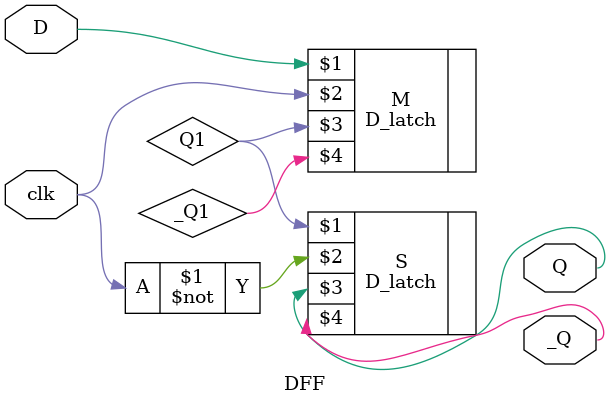
<source format=v>
module DFF(D,clk,Q,_Q);
input D,clk;
output Q,_Q;
wire _Q1,Q1;

D_latch M(D,clk,Q1,_Q1);
D_latch S(Q1,~clk,Q,_Q);

endmodule
</source>
